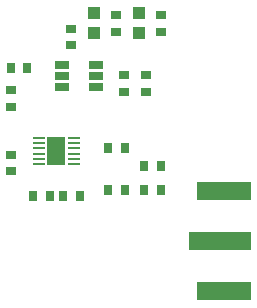
<source format=gbr>
G04 Layer_Color=8421504*
%FSLAX24Y24*%
%MOIN*%
%TF.FileFunction,Paste,Top*%
%TF.Part,Single*%
G01*
G75*
%TA.AperFunction,SMDPad,CuDef*%
%ADD12R,0.0354X0.0276*%
%ADD13R,0.0394X0.0394*%
%TA.AperFunction,ConnectorPad*%
%ADD14R,0.1811X0.0630*%
%ADD15R,0.2087X0.0591*%
%TA.AperFunction,SMDPad,CuDef*%
%ADD16R,0.0276X0.0354*%
%ADD17R,0.0394X0.0098*%
%ADD18R,0.0587X0.0937*%
G04:AMPARAMS|DCode=19|XSize=25.6mil|YSize=47.2mil|CornerRadius=1.9mil|HoleSize=0mil|Usage=FLASHONLY|Rotation=90.000|XOffset=0mil|YOffset=0mil|HoleType=Round|Shape=RoundedRectangle|*
%AMROUNDEDRECTD19*
21,1,0.0256,0.0434,0,0,90.0*
21,1,0.0218,0.0472,0,0,90.0*
1,1,0.0038,0.0217,0.0109*
1,1,0.0038,0.0217,-0.0109*
1,1,0.0038,-0.0217,-0.0109*
1,1,0.0038,-0.0217,0.0109*
%
%ADD19ROUNDEDRECTD19*%
D12*
X-5000Y2324D02*
D03*
Y2876D02*
D03*
X-500Y5526D02*
D03*
Y4974D02*
D03*
X-1250Y5526D02*
D03*
Y4974D02*
D03*
X0Y7526D02*
D03*
Y6974D02*
D03*
X-1500Y7526D02*
D03*
Y6974D02*
D03*
X-3000Y7076D02*
D03*
Y6524D02*
D03*
X-5000Y4474D02*
D03*
Y5026D02*
D03*
D13*
X-2250Y7585D02*
D03*
Y6915D02*
D03*
X-750Y7585D02*
D03*
Y6915D02*
D03*
D14*
X2079Y1677D02*
D03*
Y-1677D02*
D03*
D15*
X1941Y0D02*
D03*
D16*
X-2724Y1500D02*
D03*
X-3276D02*
D03*
X-4276Y1500D02*
D03*
X-3724D02*
D03*
X-1776Y1700D02*
D03*
X-1224D02*
D03*
X-24Y1700D02*
D03*
X-576D02*
D03*
X-1776Y3100D02*
D03*
X-1224D02*
D03*
X-24Y2500D02*
D03*
X-576D02*
D03*
X-4474Y5750D02*
D03*
X-5026D02*
D03*
D17*
X-2931Y2557D02*
D03*
Y2734D02*
D03*
Y2911D02*
D03*
Y3089D02*
D03*
Y3266D02*
D03*
Y3443D02*
D03*
X-4069Y2557D02*
D03*
Y2734D02*
D03*
Y2911D02*
D03*
Y3089D02*
D03*
Y3266D02*
D03*
Y3443D02*
D03*
D18*
X-3500Y3000D02*
D03*
D19*
X-2169Y5874D02*
D03*
Y5500D02*
D03*
Y5126D02*
D03*
X-3331D02*
D03*
Y5500D02*
D03*
Y5874D02*
D03*
%TF.MD5,b279377e271de959a7dfba13df49791f*%
M02*

</source>
